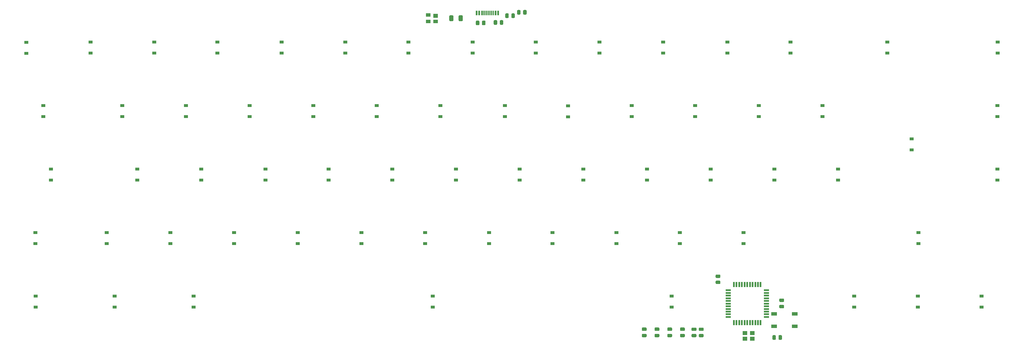
<source format=gbr>
%TF.GenerationSoftware,KiCad,Pcbnew,(5.1.9)-1*%
%TF.CreationDate,2021-03-24T19:16:49+01:00*%
%TF.ProjectId,rabbitholev1,72616262-6974-4686-9f6c-6576312e6b69,rev?*%
%TF.SameCoordinates,Original*%
%TF.FileFunction,Paste,Bot*%
%TF.FilePolarity,Positive*%
%FSLAX46Y46*%
G04 Gerber Fmt 4.6, Leading zero omitted, Abs format (unit mm)*
G04 Created by KiCad (PCBNEW (5.1.9)-1) date 2021-03-24 19:16:49*
%MOMM*%
%LPD*%
G01*
G04 APERTURE LIST*
%ADD10R,1.400000X1.200000*%
%ADD11R,0.600000X1.450000*%
%ADD12R,0.300000X1.450000*%
%ADD13R,0.550000X1.500000*%
%ADD14R,1.500000X0.550000*%
%ADD15R,1.800000X1.100000*%
%ADD16R,1.400000X1.000000*%
%ADD17R,1.200000X0.900000*%
G04 APERTURE END LIST*
D10*
%TO.C,Y1*%
X232580000Y-223671500D03*
X234780000Y-223671500D03*
X234780000Y-221971500D03*
X232580000Y-221971500D03*
%TD*%
D11*
%TO.C,USB1*%
X158800000Y-125932000D03*
X152350000Y-125932000D03*
X158025000Y-125932000D03*
X153125000Y-125932000D03*
D12*
X153825000Y-125932000D03*
X157325000Y-125932000D03*
X154325000Y-125932000D03*
X156825000Y-125932000D03*
X154825000Y-125932000D03*
X156325000Y-125932000D03*
X155825000Y-125932000D03*
X155325000Y-125932000D03*
%TD*%
D13*
%TO.C,U1*%
X237299000Y-207406000D03*
X236499000Y-207406000D03*
X235699000Y-207406000D03*
X234899000Y-207406000D03*
X234099000Y-207406000D03*
X233299000Y-207406000D03*
X232499000Y-207406000D03*
X231699000Y-207406000D03*
X230899000Y-207406000D03*
X230099000Y-207406000D03*
X229299000Y-207406000D03*
D14*
X227599000Y-209106000D03*
X227599000Y-209906000D03*
X227599000Y-210706000D03*
X227599000Y-211506000D03*
X227599000Y-212306000D03*
X227599000Y-213106000D03*
X227599000Y-213906000D03*
X227599000Y-214706000D03*
X227599000Y-215506000D03*
X227599000Y-216306000D03*
X227599000Y-217106000D03*
D13*
X229299000Y-218806000D03*
X230099000Y-218806000D03*
X230899000Y-218806000D03*
X231699000Y-218806000D03*
X232499000Y-218806000D03*
X233299000Y-218806000D03*
X234099000Y-218806000D03*
X234899000Y-218806000D03*
X235699000Y-218806000D03*
X236499000Y-218806000D03*
X237299000Y-218806000D03*
D14*
X238999000Y-217106000D03*
X238999000Y-216306000D03*
X238999000Y-215506000D03*
X238999000Y-214706000D03*
X238999000Y-213906000D03*
X238999000Y-213106000D03*
X238999000Y-212306000D03*
X238999000Y-211506000D03*
X238999000Y-210706000D03*
X238999000Y-209906000D03*
X238999000Y-209106000D03*
%TD*%
D15*
%TO.C,SW1*%
X241329280Y-216214080D03*
X247529280Y-219914080D03*
X241329280Y-219914080D03*
X247529280Y-216214080D03*
%TD*%
%TO.C,R6*%
G36*
G01*
X153943000Y-129355002D02*
X153943000Y-128454998D01*
G75*
G02*
X154192998Y-128205000I249998J0D01*
G01*
X154718002Y-128205000D01*
G75*
G02*
X154968000Y-128454998I0J-249998D01*
G01*
X154968000Y-129355002D01*
G75*
G02*
X154718002Y-129605000I-249998J0D01*
G01*
X154192998Y-129605000D01*
G75*
G02*
X153943000Y-129355002I0J249998D01*
G01*
G37*
G36*
G01*
X152118000Y-129355002D02*
X152118000Y-128454998D01*
G75*
G02*
X152367998Y-128205000I249998J0D01*
G01*
X152893002Y-128205000D01*
G75*
G02*
X153143000Y-128454998I0J-249998D01*
G01*
X153143000Y-129355002D01*
G75*
G02*
X152893002Y-129605000I-249998J0D01*
G01*
X152367998Y-129605000D01*
G75*
G02*
X152118000Y-129355002I0J249998D01*
G01*
G37*
%TD*%
%TO.C,R5*%
G36*
G01*
X158477000Y-128327998D02*
X158477000Y-129228002D01*
G75*
G02*
X158227002Y-129478000I-249998J0D01*
G01*
X157701998Y-129478000D01*
G75*
G02*
X157452000Y-129228002I0J249998D01*
G01*
X157452000Y-128327998D01*
G75*
G02*
X157701998Y-128078000I249998J0D01*
G01*
X158227002Y-128078000D01*
G75*
G02*
X158477000Y-128327998I0J-249998D01*
G01*
G37*
G36*
G01*
X160302000Y-128327998D02*
X160302000Y-129228002D01*
G75*
G02*
X160052002Y-129478000I-249998J0D01*
G01*
X159526998Y-129478000D01*
G75*
G02*
X159277000Y-129228002I0J249998D01*
G01*
X159277000Y-128327998D01*
G75*
G02*
X159526998Y-128078000I249998J0D01*
G01*
X160052002Y-128078000D01*
G75*
G02*
X160302000Y-128327998I0J-249998D01*
G01*
G37*
%TD*%
%TO.C,R4*%
G36*
G01*
X166262000Y-126180002D02*
X166262000Y-125279998D01*
G75*
G02*
X166511998Y-125030000I249998J0D01*
G01*
X167037002Y-125030000D01*
G75*
G02*
X167287000Y-125279998I0J-249998D01*
G01*
X167287000Y-126180002D01*
G75*
G02*
X167037002Y-126430000I-249998J0D01*
G01*
X166511998Y-126430000D01*
G75*
G02*
X166262000Y-126180002I0J249998D01*
G01*
G37*
G36*
G01*
X164437000Y-126180002D02*
X164437000Y-125279998D01*
G75*
G02*
X164686998Y-125030000I249998J0D01*
G01*
X165212002Y-125030000D01*
G75*
G02*
X165462000Y-125279998I0J-249998D01*
G01*
X165462000Y-126180002D01*
G75*
G02*
X165212002Y-126430000I-249998J0D01*
G01*
X164686998Y-126430000D01*
G75*
G02*
X164437000Y-126180002I0J249998D01*
G01*
G37*
%TD*%
%TO.C,R3*%
G36*
G01*
X162729500Y-127196002D02*
X162729500Y-126295998D01*
G75*
G02*
X162979498Y-126046000I249998J0D01*
G01*
X163504502Y-126046000D01*
G75*
G02*
X163754500Y-126295998I0J-249998D01*
G01*
X163754500Y-127196002D01*
G75*
G02*
X163504502Y-127446000I-249998J0D01*
G01*
X162979498Y-127446000D01*
G75*
G02*
X162729500Y-127196002I0J249998D01*
G01*
G37*
G36*
G01*
X160904500Y-127196002D02*
X160904500Y-126295998D01*
G75*
G02*
X161154498Y-126046000I249998J0D01*
G01*
X161679502Y-126046000D01*
G75*
G02*
X161929500Y-126295998I0J-249998D01*
G01*
X161929500Y-127196002D01*
G75*
G02*
X161679502Y-127446000I-249998J0D01*
G01*
X161154498Y-127446000D01*
G75*
G02*
X160904500Y-127196002I0J249998D01*
G01*
G37*
%TD*%
%TO.C,R2*%
G36*
G01*
X224986002Y-205403500D02*
X224085998Y-205403500D01*
G75*
G02*
X223836000Y-205153502I0J249998D01*
G01*
X223836000Y-204628498D01*
G75*
G02*
X224085998Y-204378500I249998J0D01*
G01*
X224986002Y-204378500D01*
G75*
G02*
X225236000Y-204628498I0J-249998D01*
G01*
X225236000Y-205153502D01*
G75*
G02*
X224986002Y-205403500I-249998J0D01*
G01*
G37*
G36*
G01*
X224986002Y-207228500D02*
X224085998Y-207228500D01*
G75*
G02*
X223836000Y-206978502I0J249998D01*
G01*
X223836000Y-206453498D01*
G75*
G02*
X224085998Y-206203500I249998J0D01*
G01*
X224986002Y-206203500D01*
G75*
G02*
X225236000Y-206453498I0J-249998D01*
G01*
X225236000Y-206978502D01*
G75*
G02*
X224986002Y-207228500I-249998J0D01*
G01*
G37*
%TD*%
%TO.C,R1*%
G36*
G01*
X241852500Y-222815998D02*
X241852500Y-223716002D01*
G75*
G02*
X241602502Y-223966000I-249998J0D01*
G01*
X241077498Y-223966000D01*
G75*
G02*
X240827500Y-223716002I0J249998D01*
G01*
X240827500Y-222815998D01*
G75*
G02*
X241077498Y-222566000I249998J0D01*
G01*
X241602502Y-222566000D01*
G75*
G02*
X241852500Y-222815998I0J-249998D01*
G01*
G37*
G36*
G01*
X243677500Y-222815998D02*
X243677500Y-223716002D01*
G75*
G02*
X243427502Y-223966000I-249998J0D01*
G01*
X242902498Y-223966000D01*
G75*
G02*
X242652500Y-223716002I0J249998D01*
G01*
X242652500Y-222815998D01*
G75*
G02*
X242902498Y-222566000I249998J0D01*
G01*
X243427502Y-222566000D01*
G75*
G02*
X243677500Y-222815998I0J-249998D01*
G01*
G37*
%TD*%
D16*
%TO.C,D67*%
X137838000Y-126558000D03*
X137838000Y-128458000D03*
X140038000Y-128458000D03*
D10*
X140038000Y-126738000D03*
%TD*%
D17*
%TO.C,D66*%
X303403000Y-210821000D03*
X303403000Y-214121000D03*
%TD*%
%TO.C,D65*%
X284353000Y-210821000D03*
X284353000Y-214121000D03*
%TD*%
%TO.C,D64*%
X265303000Y-210821000D03*
X265303000Y-214121000D03*
%TD*%
%TO.C,D63*%
X210693000Y-210821000D03*
X210693000Y-214121000D03*
%TD*%
%TO.C,D62*%
X139192000Y-210821000D03*
X139192000Y-214121000D03*
%TD*%
%TO.C,D61*%
X67691000Y-210822000D03*
X67691000Y-214122000D03*
%TD*%
%TO.C,D60*%
X44069000Y-210821000D03*
X44069000Y-214121000D03*
%TD*%
%TO.C,D59*%
X20447000Y-210821000D03*
X20447000Y-214121000D03*
%TD*%
%TO.C,D58*%
X284480000Y-191771000D03*
X284480000Y-195071000D03*
%TD*%
%TO.C,D57*%
X232156000Y-191771000D03*
X232156000Y-195071000D03*
%TD*%
%TO.C,D56*%
X213106000Y-191771000D03*
X213106000Y-195071000D03*
%TD*%
%TO.C,D55*%
X194183000Y-191771000D03*
X194183000Y-195071000D03*
%TD*%
%TO.C,D54*%
X175006000Y-191771000D03*
X175006000Y-195071000D03*
%TD*%
%TO.C,D53*%
X156083000Y-191771000D03*
X156083000Y-195071000D03*
%TD*%
%TO.C,D52*%
X136906000Y-191771000D03*
X136906000Y-195071000D03*
%TD*%
%TO.C,D51*%
X117856000Y-191771000D03*
X117856000Y-195071000D03*
%TD*%
%TO.C,D50*%
X98806000Y-191771000D03*
X98806000Y-195071000D03*
%TD*%
%TO.C,D49*%
X79756000Y-191771000D03*
X79756000Y-195071000D03*
%TD*%
%TO.C,D48*%
X60706000Y-191771000D03*
X60706000Y-195071000D03*
%TD*%
%TO.C,D47*%
X41656000Y-191771000D03*
X41656000Y-195071000D03*
%TD*%
%TO.C,D46*%
X20320000Y-191771000D03*
X20320000Y-195071000D03*
%TD*%
%TO.C,D44*%
X308102000Y-172721000D03*
X308102000Y-176021000D03*
%TD*%
%TO.C,D43*%
X260477000Y-172721000D03*
X260477000Y-176021000D03*
%TD*%
%TO.C,D42*%
X241427000Y-172721000D03*
X241427000Y-176021000D03*
%TD*%
%TO.C,D41*%
X222377000Y-172721000D03*
X222377000Y-176021000D03*
%TD*%
%TO.C,D40*%
X203327000Y-172721000D03*
X203327000Y-176021000D03*
%TD*%
%TO.C,D39*%
X184277000Y-172721000D03*
X184277000Y-176021000D03*
%TD*%
%TO.C,D38*%
X165227000Y-172721000D03*
X165227000Y-176021000D03*
%TD*%
%TO.C,D37*%
X146177000Y-172721000D03*
X146177000Y-176021000D03*
%TD*%
%TO.C,D36*%
X127127000Y-172721000D03*
X127127000Y-176021000D03*
%TD*%
%TO.C,D35*%
X108077000Y-172721000D03*
X108077000Y-176021000D03*
%TD*%
%TO.C,D34*%
X89154000Y-172721000D03*
X89154000Y-176021000D03*
%TD*%
%TO.C,D33*%
X69977000Y-172721000D03*
X69977000Y-176021000D03*
%TD*%
%TO.C,D32*%
X50800000Y-172721000D03*
X50800000Y-176021000D03*
%TD*%
%TO.C,D31*%
X25019000Y-172721000D03*
X25019000Y-176021000D03*
%TD*%
%TO.C,D30*%
X308102000Y-153671000D03*
X308102000Y-156971000D03*
%TD*%
%TO.C,D29*%
X282448000Y-163704000D03*
X282448000Y-167004000D03*
%TD*%
%TO.C,D28*%
X255778000Y-153671000D03*
X255778000Y-156971000D03*
%TD*%
%TO.C,D27*%
X236728000Y-153671000D03*
X236728000Y-156971000D03*
%TD*%
%TO.C,D26*%
X217678000Y-153671000D03*
X217678000Y-156971000D03*
%TD*%
%TO.C,D25*%
X198755000Y-153671000D03*
X198755000Y-156971000D03*
%TD*%
%TO.C,D24*%
X179705000Y-153798000D03*
X179705000Y-157098000D03*
%TD*%
%TO.C,D23*%
X160782000Y-153671000D03*
X160782000Y-156971000D03*
%TD*%
%TO.C,D22*%
X141478000Y-153671000D03*
X141478000Y-156971000D03*
%TD*%
%TO.C,D21*%
X122428000Y-153671000D03*
X122428000Y-156971000D03*
%TD*%
%TO.C,D20*%
X103505000Y-153671000D03*
X103505000Y-156971000D03*
%TD*%
%TO.C,D19*%
X84455000Y-153671000D03*
X84455000Y-156971000D03*
%TD*%
%TO.C,D18*%
X65405000Y-153671000D03*
X65405000Y-156971000D03*
%TD*%
%TO.C,D17*%
X46355000Y-153671000D03*
X46355000Y-156971000D03*
%TD*%
%TO.C,D16*%
X22733000Y-153671000D03*
X22733000Y-156971000D03*
%TD*%
%TO.C,D15*%
X308229000Y-134621000D03*
X308229000Y-137921000D03*
%TD*%
%TO.C,D14*%
X275209000Y-134621000D03*
X275209000Y-137921000D03*
%TD*%
%TO.C,D13*%
X246253000Y-134621000D03*
X246253000Y-137921000D03*
%TD*%
%TO.C,D12*%
X227330000Y-134621000D03*
X227330000Y-137921000D03*
%TD*%
%TO.C,D11*%
X208153000Y-134621000D03*
X208153000Y-137921000D03*
%TD*%
%TO.C,D10*%
X189103000Y-134621000D03*
X189103000Y-137921000D03*
%TD*%
%TO.C,D9*%
X170053000Y-134621000D03*
X170053000Y-137921000D03*
%TD*%
%TO.C,D8*%
X151130000Y-134621000D03*
X151130000Y-137921000D03*
%TD*%
%TO.C,D7*%
X131953000Y-134621000D03*
X131953000Y-137921000D03*
%TD*%
%TO.C,D6*%
X113030000Y-134621000D03*
X113030000Y-137921000D03*
%TD*%
%TO.C,D5*%
X93980000Y-134621000D03*
X93980000Y-137921000D03*
%TD*%
%TO.C,D4*%
X74803000Y-134621000D03*
X74803000Y-137921000D03*
%TD*%
%TO.C,D3*%
X55880000Y-134621000D03*
X55880000Y-137921000D03*
%TD*%
%TO.C,D2*%
X36830000Y-134621000D03*
X36830000Y-137921000D03*
%TD*%
%TO.C,D1*%
X17653000Y-134748000D03*
X17653000Y-138048000D03*
%TD*%
%TO.C,C7*%
G36*
G01*
X219994500Y-221292000D02*
X219044500Y-221292000D01*
G75*
G02*
X218794500Y-221042000I0J250000D01*
G01*
X218794500Y-220542000D01*
G75*
G02*
X219044500Y-220292000I250000J0D01*
G01*
X219994500Y-220292000D01*
G75*
G02*
X220244500Y-220542000I0J-250000D01*
G01*
X220244500Y-221042000D01*
G75*
G02*
X219994500Y-221292000I-250000J0D01*
G01*
G37*
G36*
G01*
X219994500Y-223192000D02*
X219044500Y-223192000D01*
G75*
G02*
X218794500Y-222942000I0J250000D01*
G01*
X218794500Y-222442000D01*
G75*
G02*
X219044500Y-222192000I250000J0D01*
G01*
X219994500Y-222192000D01*
G75*
G02*
X220244500Y-222442000I0J-250000D01*
G01*
X220244500Y-222942000D01*
G75*
G02*
X219994500Y-223192000I-250000J0D01*
G01*
G37*
%TD*%
%TO.C,C6*%
G36*
G01*
X217835500Y-221292000D02*
X216885500Y-221292000D01*
G75*
G02*
X216635500Y-221042000I0J250000D01*
G01*
X216635500Y-220542000D01*
G75*
G02*
X216885500Y-220292000I250000J0D01*
G01*
X217835500Y-220292000D01*
G75*
G02*
X218085500Y-220542000I0J-250000D01*
G01*
X218085500Y-221042000D01*
G75*
G02*
X217835500Y-221292000I-250000J0D01*
G01*
G37*
G36*
G01*
X217835500Y-223192000D02*
X216885500Y-223192000D01*
G75*
G02*
X216635500Y-222942000I0J250000D01*
G01*
X216635500Y-222442000D01*
G75*
G02*
X216885500Y-222192000I250000J0D01*
G01*
X217835500Y-222192000D01*
G75*
G02*
X218085500Y-222442000I0J-250000D01*
G01*
X218085500Y-222942000D01*
G75*
G02*
X217835500Y-223192000I-250000J0D01*
G01*
G37*
%TD*%
%TO.C,C5*%
G36*
G01*
X214383640Y-221281840D02*
X213433640Y-221281840D01*
G75*
G02*
X213183640Y-221031840I0J250000D01*
G01*
X213183640Y-220531840D01*
G75*
G02*
X213433640Y-220281840I250000J0D01*
G01*
X214383640Y-220281840D01*
G75*
G02*
X214633640Y-220531840I0J-250000D01*
G01*
X214633640Y-221031840D01*
G75*
G02*
X214383640Y-221281840I-250000J0D01*
G01*
G37*
G36*
G01*
X214383640Y-223181840D02*
X213433640Y-223181840D01*
G75*
G02*
X213183640Y-222931840I0J250000D01*
G01*
X213183640Y-222431840D01*
G75*
G02*
X213433640Y-222181840I250000J0D01*
G01*
X214383640Y-222181840D01*
G75*
G02*
X214633640Y-222431840I0J-250000D01*
G01*
X214633640Y-222931840D01*
G75*
G02*
X214383640Y-223181840I-250000J0D01*
G01*
G37*
%TD*%
%TO.C,C4*%
G36*
G01*
X210573640Y-221281840D02*
X209623640Y-221281840D01*
G75*
G02*
X209373640Y-221031840I0J250000D01*
G01*
X209373640Y-220531840D01*
G75*
G02*
X209623640Y-220281840I250000J0D01*
G01*
X210573640Y-220281840D01*
G75*
G02*
X210823640Y-220531840I0J-250000D01*
G01*
X210823640Y-221031840D01*
G75*
G02*
X210573640Y-221281840I-250000J0D01*
G01*
G37*
G36*
G01*
X210573640Y-223181840D02*
X209623640Y-223181840D01*
G75*
G02*
X209373640Y-222931840I0J250000D01*
G01*
X209373640Y-222431840D01*
G75*
G02*
X209623640Y-222181840I250000J0D01*
G01*
X210573640Y-222181840D01*
G75*
G02*
X210823640Y-222431840I0J-250000D01*
G01*
X210823640Y-222931840D01*
G75*
G02*
X210573640Y-223181840I-250000J0D01*
G01*
G37*
%TD*%
%TO.C,C3*%
G36*
G01*
X206763640Y-221281840D02*
X205813640Y-221281840D01*
G75*
G02*
X205563640Y-221031840I0J250000D01*
G01*
X205563640Y-220531840D01*
G75*
G02*
X205813640Y-220281840I250000J0D01*
G01*
X206763640Y-220281840D01*
G75*
G02*
X207013640Y-220531840I0J-250000D01*
G01*
X207013640Y-221031840D01*
G75*
G02*
X206763640Y-221281840I-250000J0D01*
G01*
G37*
G36*
G01*
X206763640Y-223181840D02*
X205813640Y-223181840D01*
G75*
G02*
X205563640Y-222931840I0J250000D01*
G01*
X205563640Y-222431840D01*
G75*
G02*
X205813640Y-222181840I250000J0D01*
G01*
X206763640Y-222181840D01*
G75*
G02*
X207013640Y-222431840I0J-250000D01*
G01*
X207013640Y-222931840D01*
G75*
G02*
X206763640Y-223181840I-250000J0D01*
G01*
G37*
%TD*%
%TO.C,C2*%
G36*
G01*
X202953640Y-221281840D02*
X202003640Y-221281840D01*
G75*
G02*
X201753640Y-221031840I0J250000D01*
G01*
X201753640Y-220531840D01*
G75*
G02*
X202003640Y-220281840I250000J0D01*
G01*
X202953640Y-220281840D01*
G75*
G02*
X203203640Y-220531840I0J-250000D01*
G01*
X203203640Y-221031840D01*
G75*
G02*
X202953640Y-221281840I-250000J0D01*
G01*
G37*
G36*
G01*
X202953640Y-223181840D02*
X202003640Y-223181840D01*
G75*
G02*
X201753640Y-222931840I0J250000D01*
G01*
X201753640Y-222431840D01*
G75*
G02*
X202003640Y-222181840I250000J0D01*
G01*
X202953640Y-222181840D01*
G75*
G02*
X203203640Y-222431840I0J-250000D01*
G01*
X203203640Y-222931840D01*
G75*
G02*
X202953640Y-223181840I-250000J0D01*
G01*
G37*
%TD*%
%TO.C,C1*%
G36*
G01*
X244061000Y-212590000D02*
X243111000Y-212590000D01*
G75*
G02*
X242861000Y-212340000I0J250000D01*
G01*
X242861000Y-211840000D01*
G75*
G02*
X243111000Y-211590000I250000J0D01*
G01*
X244061000Y-211590000D01*
G75*
G02*
X244311000Y-211840000I0J-250000D01*
G01*
X244311000Y-212340000D01*
G75*
G02*
X244061000Y-212590000I-250000J0D01*
G01*
G37*
G36*
G01*
X244061000Y-214490000D02*
X243111000Y-214490000D01*
G75*
G02*
X242861000Y-214240000I0J250000D01*
G01*
X242861000Y-213740000D01*
G75*
G02*
X243111000Y-213490000I250000J0D01*
G01*
X244061000Y-213490000D01*
G75*
G02*
X244311000Y-213740000I0J-250000D01*
G01*
X244311000Y-214240000D01*
G75*
G02*
X244061000Y-214490000I-250000J0D01*
G01*
G37*
%TD*%
%TO.C,500m1*%
G36*
G01*
X145402000Y-126883000D02*
X145402000Y-128133000D01*
G75*
G02*
X145152000Y-128383000I-250000J0D01*
G01*
X144402000Y-128383000D01*
G75*
G02*
X144152000Y-128133000I0J250000D01*
G01*
X144152000Y-126883000D01*
G75*
G02*
X144402000Y-126633000I250000J0D01*
G01*
X145152000Y-126633000D01*
G75*
G02*
X145402000Y-126883000I0J-250000D01*
G01*
G37*
G36*
G01*
X148202000Y-126883000D02*
X148202000Y-128133000D01*
G75*
G02*
X147952000Y-128383000I-250000J0D01*
G01*
X147202000Y-128383000D01*
G75*
G02*
X146952000Y-128133000I0J250000D01*
G01*
X146952000Y-126883000D01*
G75*
G02*
X147202000Y-126633000I250000J0D01*
G01*
X147952000Y-126633000D01*
G75*
G02*
X148202000Y-126883000I0J-250000D01*
G01*
G37*
%TD*%
M02*

</source>
